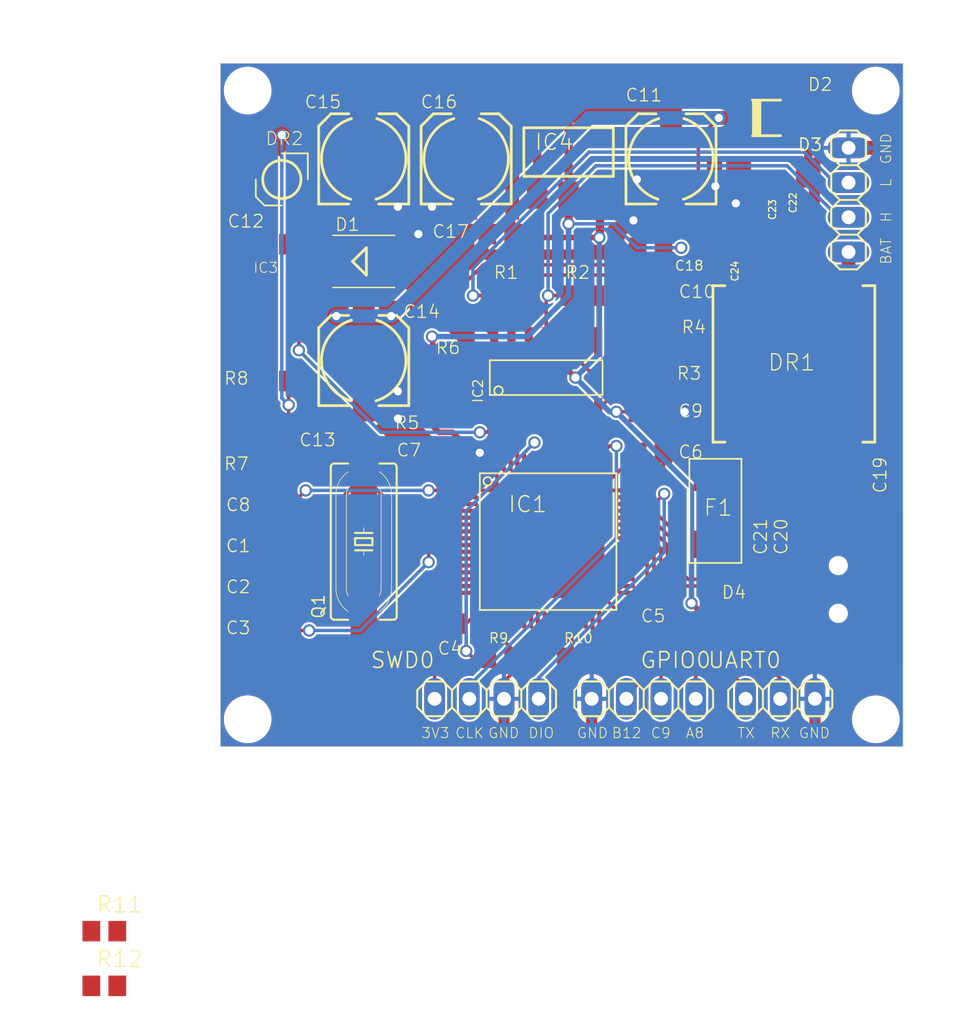
<source format=kicad_pcb>
(kicad_pcb (version 20241229) (generator "pcbnew") (generator_version "9.0")
  (layers (0 "F.Cu" signal) (2 "B.Cu" signal) (13 "F.Paste" user) (15 "B.Paste" user) (5 "F.SilkS" user "F.Silkscreen") (7 "B.SilkS" user "B.Silkscreen") (1 "F.Mask" user) (3 "B.Mask" user) (25 "Edge.Cuts" user))
  (net 0 "")
  (net 1 "N$1")
  (net 2 "N$2")
  (net 3 "GND")
  (net 4 "+3V3")
  (net 5 "N$4")
  (net 6 "N$7")
  (net 7 "N$8")
  (net 8 "+5V")
  (net 9 "N$10")
  (net 10 "N$11")
  (net 11 "CANH")
  (net 12 "CANL")
  (net 13 "BAT")
  (net 14 "N$14")
  (net 15 "N$6")
  (net 16 "N$15")
  (net 17 "N$5")
  (net 18 "N$9")
  (net 19 "N$12")
  (net 20 "N$13")
  (net 21 "+12V")
  (net 22 "EN")
  (net 23 "USB_D-")
  (net 24 "USB_D+")
  (net 25 "N$18")
  (net 26 "N$17")
  (net 27 "SWCLK")
  (net 28 "SWDIO")
  (net 29 "NRST")
  (net 30 "N$16")
  (net 31 "USART1_RX")
  (net 32 "USART1_TX")
  (net 33 "PA8")
  (net 34 "PC9")
  (net 35 "PB12")
  (net 36 "N$19")
  (net 37 "N$3")
  (footprint "C0805" (layer "F.Cu") (at 160.0011 93.0036 90)
    (property "Reference" "C24")
    (property "Value" "4.7uF")
  )
  (footprint "SSOP6" (layer "F.Cu") (at 129.2511 96.7536 -90)
    (property "Reference" "IC3")
    (property "Value" "BD9G101G" (hide yes))
  )
  (footprint "DO-214AC" (layer "F.Cu") (at 163.5011 84.0036)
    (property "Reference" "D2")
    (property "Value" "SK36A")
  )
  (footprint "C0805" (layer "F.Cu") (at 155.0011 93.5036 180)
    (property "Reference" "C18")
    (property "Value" "0.1")
  )
  (footprint "CDRH3D16NP" (layer "F.Cu") (at 128.0011 88.5036 180)
    (property "Reference" "DR2")
    (property "Value" "CDRH3D16NP 6.8uH")
  )
  (footprint "C0805" (layer "F.Cu") (at 140.0011 108.5036 180)
    (property "Reference" "C7")
    (property "Value" "0.1")
  )
  (footprint "1X04" (layer "F.Cu") (at 169.5011 90.0036 -90)
    (property "Reference" "CAN0" (hide yes))
    (property "Value" "")
  )
  (footprint "C0805" (layer "F.Cu") (at 127.5011 118.5036 180)
    (property "Reference" "C2")
    (property "Value" "22pF")
  )
  (footprint "R0805" (layer "F.Cu") (at 140.0011 105.5036 180)
    (property "Reference" "R5")
    (property "Value" "3K3")
  )
  (footprint "C0805" (layer "F.Cu") (at 162.7511 93.0036 90)
    (property "Reference" "C23")
    (property "Value" "0.1")
  )
  (footprint "dummyfp2" (layer "F.Cu") (at 171.5011 82.0036)
    (property "Reference" "UNK_HOLE_2" (hide yes))
    (property "Value" "")
  )
  (footprint "dummyfp1" (layer "F.Cu") (at 125.5011 82.0036)
    (property "Reference" "UNK_HOLE_1" (hide yes))
    (property "Value" "")
  )
  (footprint "R0805" (layer "F.Cu") (at 155.0011 102.5036)
    (property "Reference" "R3")
    (property "Value" "100K")
  )
  (footprint "R0805" (layer "F.Cu") (at 149.7511 123.5036)
    (property "Reference" "R10")
    (property "Value" "10K")
  )
  (footprint "1X03" (layer "F.Cu") (at 164.5011 126.5036 180)
    (property "Reference" "UART0")
    (property "Value" "")
  )
  (footprint "UX60-MB-5ST" (layer "F.Cu") (at 168.7511 118.5036 180)
    (property "Reference" "X1" (hide yes))
    (property "Value" "MINI-USB")
  )
  (footprint "FUSE" (layer "F.Cu") (at 159.7511 112.7536 -90)
    (property "Reference" "F1")
    (property "Value" "EST-157000 2A" (hide yes))
  )
  (footprint "SO-14W" (layer "F.Cu") (at 147.3611 103.0036)
    (property "Reference" "IC2")
    (property "Value" "TJA1055T")
  )
  (footprint "SOD123" (layer "F.Cu") (at 161.2511 120.2536)
    (property "Reference" "D4")
    (property "Value" "MBR0520")
  )
  (footprint "C0805" (layer "F.Cu") (at 127.5011 112.5036 180)
    (property "Reference" "C8")
    (property "Value" "0.1")
  )
  (footprint "C0805" (layer "F.Cu") (at 127.5011 121.5036)
    (property "Reference" "C3")
    (property "Value" "0,1")
  )
  (footprint "R0805" (layer "F.Cu") (at 127.5011 103.2536 180)
    (property "Reference" "R8")
    (property "Value" "3.9K")
  )
  (footprint "R0805" (layer "F.Cu") (at 144.7511 97.0036 180)
    (property "Reference" "R1")
    (property "Value" "5.6K")
  )
  (footprint "R0805" (layer "F.Cu") (at 115.0011 143.5036)
    (property "Reference" "R11")
    (property "Value" "47K")
  )
  (footprint "C0805" (layer "F.Cu") (at 140.0011 121.0036 180)
    (property "Reference" "C4")
    (property "Value" "0.1")
  )
  (footprint "C0805" (layer "F.Cu") (at 127.5011 106.5036)
    (property "Reference" "C13")
    (property "Value" "0.1")
  )
  (footprint "dummyfp3" (layer "F.Cu") (at 171.5011 128.0036)
    (property "Reference" "UNK_HOLE_3" (hide yes))
    (property "Value" "")
  )
  (footprint "C0805" (layer "F.Cu") (at 155.0011 105.5036)
    (property "Reference" "C9")
    (property "Value" "0.1")
  )
  (footprint "SOT223" (layer "F.Cu") (at 149.0011 86.5036)
    (property "Reference" "IC4")
    (property "Value" "LM1117IMPX-3.3")
  )
  (footprint "C0805" (layer "F.Cu") (at 155.0011 96.5036)
    (property "Reference" "C10")
    (property "Value" "0.1")
  )
  (footprint "1X04" (layer "F.Cu") (at 143.0011 126.5036)
    (property "Reference" "SWD0")
    (property "Value" "")
  )
  (footprint "R0805" (layer "F.Cu") (at 155.0011 99.5036)
    (property "Reference" "R4")
    (property "Value" "1K")
  )
  (footprint "R0805" (layer "F.Cu") (at 150.0011 97.0036 180)
    (property "Reference" "R2")
    (property "Value" "5.6K")
  )
  (footprint "R0805" (layer "F.Cu") (at 115.0011 147.5036)
    (property "Reference" "R12")
    (property "Value" "47K")
  )
  (footprint "C0805" (layer "F.Cu") (at 170.0011 111.0036 -90)
    (property "Reference" "C19")
    (property "Value" "1nF")
  )
  (footprint "DO214AA" (layer "F.Cu") (at 164.0011 88.0036 180)
    (property "Reference" "D3")
    (property "Value" "SM6T18CA")
  )
  (footprint "dummyfp0" (layer "F.Cu") (at 125.5011 128.0036)
    (property "Reference" "UNK_HOLE_0" (hide yes))
    (property "Value" "")
  )
  (footprint "SMB" (layer "F.Cu") (at 134.0011 94.5036)
    (property "Reference" "D1")
    (property "Value" "SS26")
  )
  (footprint "HC49UP" (layer "F.Cu") (at 134.0011 115.0036 90)
    (property "Reference" "Q1")
    (property "Value" "16MHz")
  )
  (footprint "LQFP64" (layer "F.Cu") (at 147.5011 115.0036)
    (property "Reference" "IC1")
    (property "Value" "STM32F105RBT")
  )
  (footprint "C0805" (layer "F.Cu") (at 127.5011 93.2536)
    (property "Reference" "C12")
    (property "Value" "0.015uF")
  )
  (footprint "153CLV-0605" (layer "F.Cu") (at 134.0011 87.0036 90)
    (property "Reference" "C15")
    (property "Value" "10uF")
  )
  (footprint "1X04" (layer "F.Cu") (at 154.5011 126.5036)
    (property "Reference" "GPIO0")
    (property "Value" "")
  )
  (footprint "153CLV-0605" (layer "F.Cu") (at 134.0011 101.7536 90)
    (property "Reference" "C14")
    (property "Value" "4.7uF/50v")
  )
  (footprint "153CLV-0605" (layer "F.Cu") (at 156.5011 87.0036 90)
    (property "Reference" "C11")
    (property "Value" "100uF/16v")
  )
  (footprint "R0805" (layer "F.Cu") (at 127.5011 109.5036)
    (property "Reference" "R7")
    (property "Value" "680")
  )
  (footprint "C0805" (layer "F.Cu") (at 165.5011 93.0036 90)
    (property "Reference" "C22")
    (property "Value" "1nF")
  )
  (footprint "C0805" (layer "F.Cu") (at 127.5011 115.5036 180)
    (property "Reference" "C1")
    (property "Value" "22pF")
  )
  (footprint "R0805" (layer "F.Cu") (at 144.0011 123.5036)
    (property "Reference" "R9")
    (property "Value" "10K")
  )
  (footprint "MS85" (layer "F.Cu") (at 165.5011 102.0036 180)
    (property "Reference" "DR1")
    (property "Value" "CDRH127 100u")
  )
  (footprint "C0805" (layer "F.Cu") (at 144.0011 92.5036 180)
    (property "Reference" "C17")
    (property "Value" "0.1")
  )
  (footprint "153CLV-0605" (layer "F.Cu") (at 141.5011 87.0036 90)
    (property "Reference" "C16")
    (property "Value" "10uF")
  )
  (footprint "R0805" (layer "F.Cu") (at 140.0011 102.5036 180)
    (property "Reference" "R6")
    (property "Value" "3K3")
  )
  (footprint "C0805" (layer "F.Cu") (at 153.2511 123.0036 -90)
    (property "Reference" "C5")
    (property "Value" "0.1")
  )
  (footprint "C0805" (layer "F.Cu") (at 164.2511 111.0036 -90)
    (property "Reference" "C21")
    (property "Value" "4.7uF")
  )
  (footprint "C0805" (layer "F.Cu") (at 155.0011 108.5036)
    (property "Reference" "C6")
    (property "Value" "0.1")
  )
  (footprint "C0805" (layer "F.Cu") (at 167.2511 111.0036 -90)
    (property "Reference" "C20")
    (property "Value" "0.1")
  )
  (gr_line (start 123.5011 130.0036) (end 173.5011 130.0036) (stroke (width 0.05)) (layer "Edge.Cuts"))
  (gr_line (start 173.5011 80.0036) (end 123.5011 80.0036) (stroke (width 0.05)) (layer "Edge.Cuts"))
  (gr_line (start 123.5011 80.0036) (end 123.5011 130.0036) (stroke (width 0.05)) (layer "Edge.Cuts"))
  (gr_line (start 173.5011 130.0036) (end 173.5011 80.0036) (stroke (width 0.05)) (layer "Edge.Cuts"))
  (gr_text "B12" (at 153.2511 129.0036 0) (layer "F.SilkS") (effects (font (size 0.747776 0.747776) (thickness 0.065024))))
  (gr_text "GND" (at 172.2511 86.2536 90) (layer "F.SilkS") (effects (font (size 0.747776 0.747776) (thickness 0.065024))))
  (gr_text "TX" (at 162.0011 129.0036 0) (layer "F.SilkS") (effects (font (size 0.747776 0.747776) (thickness 0.065024))))
  (gr_text "3V3" (at 139.2511 129.0036 0) (layer "F.SilkS") (effects (font (size 0.747776 0.747776) (thickness 0.065024))))
  (gr_text "GND" (at 167.0011 129.0036 0) (layer "F.SilkS") (effects (font (size 0.747776 0.747776) (thickness 0.065024))))
  (gr_text "DIO" (at 147.0011 129.0036 0) (layer "F.SilkS") (effects (font (size 0.747776 0.747776) (thickness 0.065024))))
  (gr_text "A8" (at 158.2511 129.0036 0) (layer "F.SilkS") (effects (font (size 0.747776 0.747776) (thickness 0.065024))))
  (gr_text "H" (at 172.2511 91.2536 90) (layer "F.SilkS") (effects (font (size 0.747776 0.747776) (thickness 0.065024))))
  (gr_text "C9" (at 155.7511 129.0036 0) (layer "F.SilkS") (effects (font (size 0.747776 0.747776) (thickness 0.065024))))
  (gr_text "L" (at 172.2511 88.7536 90) (layer "F.SilkS") (effects (font (size 0.747776 0.747776) (thickness 0.065024))))
  (gr_text "RX" (at 164.5011 129.0036 0) (layer "F.SilkS") (effects (font (size 0.747776 0.747776) (thickness 0.065024))))
  (gr_text "BAT" (at 172.2511 93.7536 90) (layer "F.SilkS") (effects (font (size 0.747776 0.747776) (thickness 0.065024))))
  (gr_text "CLK" (at 141.7511 129.0036 0) (layer "F.SilkS") (effects (font (size 0.747776 0.747776) (thickness 0.065024))))
  (gr_text "GND" (at 144.2511 129.0036 0) (layer "F.SilkS") (effects (font (size 0.747776 0.747776) (thickness 0.065024))))
  (gr_text "GND" (at 150.7511 129.0036 0) (layer "F.SilkS") (effects (font (size 0.747776 0.747776) (thickness 0.065024))))
  (segment (start 134.0011 110.2536) (end 137.0011 113.2536) (width 0.254) (layer "F.Cu") (net 1))
  (segment (start 134.0011 110.1776) (end 134.0011 110.2536) (width 0.254) (layer "F.Cu") (net 1))
  (segment (start 137.0011 113.2536) (end 141.7511 113.2536) (width 0.254) (layer "F.Cu") (net 1))
  (segment (start 128.6751 115.5036) (end 134.0011 110.1776) (width 0.254) (layer "F.Cu") (net 1))
  (segment (start 128.4511 115.5036) (end 128.6751 115.5036) (width 0.254) (layer "F.Cu") (net 1))
  (segment (start 134.0011 118.9166) (end 139.1641 113.7536) (width 0.254) (layer "F.Cu") (net 2))
  (segment (start 128.4511 118.5036) (end 132.6751 118.5036) (width 0.254) (layer "F.Cu") (net 2))
  (segment (start 141.7511 113.7536) (end 139.1641 113.7536) (width 0.254) (layer "F.Cu") (net 2))
  (segment (start 132.6751 118.5036) (end 134.0011 119.8296) (width 0.254) (layer "F.Cu") (net 2))
  (segment (start 134.0011 119.8296) (end 134.0011 118.9166) (width 0.254) (layer "F.Cu") (net 2))
  (segment (start 153.2511 111.7536) (end 154.2511 111.7536) (width 0.254) (layer "F.Cu") (net 3))
  (segment (start 150.7511 120.7536) (end 150.7511 123.4536) (width 0.254) (layer "F.Cu") (net 3))
  (segment (start 161.5011 87.9536) (end 161.4511 88.0036) (width 0.6096) (layer "F.Cu") (net 3))
  (segment (start 160.0011 92.0536) (end 162.7511 92.0536) (width 0.8128) (layer "F.Cu") (net 3))
  (segment (start 170.0011 111.9536) (end 172.4511 111.9536) (width 0.8128) (layer "F.Cu") (net 3))
  (segment (start 154.0511 93.5036) (end 154.0511 92.1536) (width 0.254) (layer "F.Cu") (net 3))
  (segment (start 150.6911 126.5036) (end 150.6911 129.0036) (width 0.8128) (layer "F.Cu") (net 3))
  (segment (start 155.9511 105.5036) (end 157.5011 105.5036) (width 0.254) (layer "F.Cu") (net 3))
  (segment (start 154.0511 94.5536) (end 154.5011 95.0036) (width 0.254) (layer "F.Cu") (net 3))
  (segment (start 146.7011 89.6536) (end 146.7011 85.7036) (width 0.6096) (layer "F.Cu") (net 3))
  (segment (start 144.0011 83.0036) (end 144.0011 81.0036) (width 0.6096) (layer "F.Cu") (net 3))
  (segment (start 165.5011 92.0536) (end 162.7511 92.0536) (width 0.8128) (layer "F.Cu") (net 3))
  (segment (start 144.5011 102.2536) (end 143.0011 102.2536) (width 0.254) (layer "F.Cu") (net 3))
  (segment (start 141.7511 116.7536) (end 140.7511 116.7536) (width 0.254) (layer "F.Cu") (net 3))
  (segment (start 144.2711 126.5036) (end 144.2711 125.2336) (width 0.254) (layer "F.Cu") (net 3))
  (segment (start 144.2711 125.2336) (end 144.9511 124.5536) (width 0.254) (layer "F.Cu") (net 3))
  (segment (start 154.0511 92.1536) (end 156.5011 89.7036) (width 0.254) (layer "F.Cu") (net 3))
  (segment (start 154.0511 93.9536) (end 154.0011 94.0036) (width 0.254) (layer "F.Cu") (net 3))
  (segment (start 126.5511 97.7036) (end 124.7011 97.7036) (width 0.4064) (layer "F.Cu") (net 3))
  (segment (start 167.0411 128.9636) (end 168.0011 129.0036) (width 0.254) (layer "F.Cu") (net 3))
  (segment (start 155.9511 108.5036) (end 155.9511 110.0536) (width 0.254) (layer "F.Cu") (net 3))
  (segment (start 164.2511 116.2536) (end 164.2511 111.9536) (width 0.4064) (layer "F.Cu") (net 3))
  (segment (start 167.0411 126.5036) (end 167.0411 128.9636) (width 0.8128) (layer "F.Cu") (net 3))
  (segment (start 150.7011 123.5036) (end 152.8011 123.5036) (width 0.254) (layer "F.Cu") (net 3))
  (segment (start 169.5011 86.1936) (end 172.3111 86.1936) (width 1.016) (layer "F.Cu") (net 3))
  (segment (start 139.0511 121.0036) (end 135.5011 124.5536) (width 0.254) (layer "F.Cu") (net 3))
  (segment (start 126.5511 121.5036) (end 126.5511 118.5036) (width 0.254) (layer "F.Cu") (net 3))
  (segment (start 167.2511 111.9536) (end 170.0011 111.9536) (width 0.8128) (layer "F.Cu") (net 3))
  (segment (start 162.7511 92.0536) (end 162.7511 91.2536) (width 0.8128) (layer "F.Cu") (net 3))
  (segment (start 150.6911 126.5036) (end 150.6911 124.1136) (width 0.254) (layer "F.Cu") (net 3))
  (segment (start 126.5011 123.0536) (end 126.5511 121.5036) (width 0.254) (layer "F.Cu") (net 3))
  (segment (start 152.8011 123.5036) (end 153.2511 123.9536) (width 0.254) (layer "F.Cu") (net 3))
  (segment (start 155.9511 96.5036) (end 156.0011 96.5036) (width 0.254) (layer "F.Cu") (net 3))
  (segment (start 164.9011 116.9036) (end 164.2511 116.2536) (width 0.4064) (layer "F.Cu") (net 3))
  (segment (start 145.4511 123.7836) (end 144.9511 123.5036) (width 0.254) (layer "F.Cu") (net 3))
  (segment (start 154.5011 95.0036) (end 155.5011 95.0036) (width 0.254) (layer "F.Cu") (net 3))
  (segment (start 143.7511 108.0036) (end 143.0011 108.0036) (width 0.254) (layer "F.Cu") (net 3))
  (segment (start 141.2511 100.5036) (end 143.0011 102.2536) (width 0.254) (layer "F.Cu") (net 3))
  (segment (start 144.9511 122.9536) (end 144.9511 123.5036) (width 0.254) (layer "F.Cu") (net 3))
  (segment (start 144.9511 123.5036) (end 144.9511 124.5536) (width 0.254) (layer "F.Cu") (net 3))
  (segment (start 140.7511 116.7536) (end 139.0511 118.4536) (width 0.254) (layer "F.Cu") (net 3))
  (segment (start 126.5511 115.5036) (end 126.5511 118.5036) (width 0.254) (layer "F.Cu") (net 3))
  (segment (start 150.6911 124.1136) (end 150.7511 124.0536) (width 0.254) (layer "F.Cu") (net 3))
  (segment (start 144.0011 81.0036) (end 144.5011 81.0036) (width 0.6096) (layer "F.Cu") (net 3))
  (segment (start 154.0511 93.5036) (end 154.0511 94.5536) (width 0.254) (layer "F.Cu") (net 3))
  (segment (start 139.0511 121.0036) (end 139.0511 118.4536) (width 0.254) (layer "F.Cu") (net 3))
  (segment (start 155.9511 96.5036) (end 155.9511 95.4536) (width 0.254) (layer "F.Cu") (net 3))
  (segment (start 144.2511 108.5036) (end 143.7511 108.0036) (width 0.254) (layer "F.Cu") (net 3))
  (segment (start 144.2511 109.2536) (end 144.2511 108.5036) (width 0.254) (layer "F.Cu") (net 3))
  (segment (start 154.2511 111.7536) (end 155.9511 110.0536) (width 0.254) (layer "F.Cu") (net 3))
  (segment (start 162.7511 91.2536) (end 161.5011 90.0036) (width 0.8128) (layer "F.Cu") (net 3))
  (segment (start 146.7011 85.7036) (end 144.0011 83.0036) (width 0.6096) (layer "F.Cu") (net 3))
  (segment (start 144.2511 122.2536) (end 144.9511 122.9536) (width 0.254) (layer "F.Cu") (net 3))
  (segment (start 139.0511 108.5036) (end 139.0011 108.5036) (width 0.254) (layer "F.Cu") (net 3))
  (segment (start 155.9511 105.5036) (end 156.0011 105.5036) (width 0.254) (layer "F.Cu") (net 3))
  (segment (start 161.5011 88.0536) (end 161.4511 88.0036) (width 0.8128) (layer "F.Cu") (net 3))
  (segment (start 161.5011 87.5536) (end 161.4511 88.0036) (width 0.4064) (layer "F.Cu") (net 3))
  (segment (start 155.9511 95.4536) (end 155.5011 95.0036) (width 0.254) (layer "F.Cu") (net 3))
  (segment (start 164.2511 111.9536) (end 167.2511 111.9536) (width 0.8128) (layer "F.Cu") (net 3))
  (segment (start 155.9511 105.5036) (end 155.9511 108.5036) (width 0.254) (layer "F.Cu") (net 3))
  (segment (start 144.8211 100.4036) (end 144.8211 101.9336) (width 0.254) (layer "F.Cu") (net 3))
  (segment (start 144.2511 120.7536) (end 144.2511 122.2536) (width 0.254) (layer "F.Cu") (net 3))
  (segment (start 166.5011 116.9036) (end 164.9011 116.9036) (width 0.4064) (layer "F.Cu") (net 3))
  (segment (start 126.5011 123.0036) (end 126.5011 123.0536) (width 0.254) (layer "F.Cu") (net 3))
  (segment (start 161.5011 90.0036) (end 161.5011 88.0536) (width 0.8128) (layer "F.Cu") (net 3))
  (segment (start 150.7511 123.4536) (end 150.7011 123.5036) (width 0.254) (layer "F.Cu") (net 3))
  (segment (start 126.5511 112.5036) (end 126.5511 109.5036) (width 0.254) (layer "F.Cu") (net 3))
  (segment (start 144.8211 101.9336) (end 144.5011 102.2536) (width 0.254) (layer "F.Cu") (net 3))
  (segment (start 150.7011 123.5036) (end 150.7511 124.0536) (width 0.254) (layer "F.Cu") (net 3))
  (segment (start 144.2711 126.5036) (end 144.2711 129.0036) (width 0.8128) (layer "F.Cu") (net 3))
  (segment (start 135.5011 124.5536) (end 135.5011 129.0036) (width 0.254) (layer "F.Cu") (net 3))
  (segment (start 126.5511 112.5036) (end 126.5511 115.5036) (width 0.254) (layer "F.Cu") (net 3))
  (segment (start 143.0011 108.0036) (end 142.5011 108.5036) (width 0.254) (layer "F.Cu") (net 3))
  (via (at 142.5011 108.5036) (size 0.9048) (drill 0.6) (layers "F.Cu" "B.Cu") (net 3))
  (via (at 139.0011 90.5036) (size 0.9048) (drill 0.6) (layers "F.Cu" "B.Cu") (net 3))
  (via (at 154.0011 88.5036) (size 0.9048) (drill 0.6) (layers "F.Cu" "B.Cu") (net 3))
  (via (at 153.7511 91.5036) (size 0.9048) (drill 0.6) (layers "F.Cu" "B.Cu") (net 3))
  (via (at 157.5011 105.5036) (size 0.9048) (drill 0.6) (layers "F.Cu" "B.Cu") (net 3))
  (via (at 136.5011 90.5036) (size 0.9048) (drill 0.6) (layers "F.Cu" "B.Cu") (net 3))
  (via (at 136.5011 104.0036) (size 0.9048) (drill 0.6) (layers "F.Cu" "B.Cu") (net 3))
  (via (at 159.7511 89.0036) (size 0.9048) (drill 0.6) (layers "F.Cu" "B.Cu") (net 3))
  (via (at 138.0011 92.5036) (size 0.9048) (drill 0.6) (layers "F.Cu" "B.Cu") (net 3))
  (via (at 161.2511 90.2536) (size 0.9048) (drill 0.6) (layers "F.Cu" "B.Cu") (net 3))
  (via (at 136.5011 106.0036) (size 0.9048) (drill 0.6) (layers "F.Cu" "B.Cu") (net 3))
  (segment (start 140.9511 122.0536) (end 139.1911 123.8136) (width 0.254) (layer "F.Cu") (net 4))
  (segment (start 143.7511 111.2536) (end 144.0011 111.5036) (width 0.254) (layer "F.Cu") (net 4))
  (segment (start 140.9511 121.0036) (end 140.9511 122.0536) (width 0.254) (layer "F.Cu") (net 4))
  (segment (start 144.7511 120.7536) (end 144.7511 117.7536) (width 0.254) (layer "F.Cu") (net 4))
  (segment (start 140.9511 121.0036) (end 141.0011 121.5036) (width 0.254) (layer "F.Cu") (net 4))
  (segment (start 139.0511 102.5036) (end 139.0511 100.0536) (width 0.4064) (layer "F.Cu") (net 4))
  (segment (start 140.9511 107.4536) (end 140.5011 107.0036) (width 0.4064) (layer "F.Cu") (net 4))
  (segment (start 141.7511 111.2536) (end 143.7511 111.2536) (width 0.254) (layer "F.Cu") (net 4))
  (segment (start 139.0511 100.0536) (end 139.0011 100.0036) (width 0.254) (layer "F.Cu") (net 4))
  (segment (start 139.0511 102.5036) (end 139.0511 105.5036) (width 0.4064) (layer "F.Cu") (net 4))
  (segment (start 140.5011 107.0036) (end 139.5011 107.0036) (width 0.4064) (layer "F.Cu") (net 4))
  (segment (start 141.0011 108.5036) (end 143.7511 111.2536) (width 0.4064) (layer "F.Cu") (net 4))
  (segment (start 139.1911 126.5036) (end 139.1911 123.8136) (width 0.254) (layer "F.Cu") (net 4))
  (segment (start 128.5011 112.5036) (end 128.4511 112.5036) (width 0.254) (layer "F.Cu") (net 4))
  (segment (start 149.0011 89.6536) (end 149.0011 83.3536) (width 0.6096) (layer "F.Cu") (net 4))
  (segment (start 141.7511 111.2536) (end 138.7511 111.2536) (width 0.254) (layer "F.Cu") (net 4))
  (segment (start 157.2511 93.5036) (end 155.9511 93.5036) (width 0.254) (layer "F.Cu") (net 4))
  (segment (start 139.0511 105.5036) (end 139.0511 106.5536) (width 0.4064) (layer "F.Cu") (net 4))
  (segment (start 153.2511 120.7536) (end 151.2511 118.7536) (width 0.254) (layer "F.Cu") (net 4))
  (segment (start 153.2511 111.2536) (end 151.251065 111.257732) (width 0.254) (layer "F.Cu") (net 4))
  (segment (start 129.7511 111.2536) (end 128.5011 112.5036) (width 0.254) (layer "F.Cu") (net 4))
  (segment (start 143.7511 109.2536) (end 143.7511 111.2536) (width 0.254) (layer "F.Cu") (net 4))
  (segment (start 149.0011 83.3536) (end 155.5511 83.3536) (width 0.6096) (layer "F.Cu") (net 4))
  (segment (start 155.5511 83.3536) (end 156.5011 84.3036) (width 0.6096) (layer "F.Cu") (net 4))
  (segment (start 140.9511 108.5036) (end 141.0011 108.5036) (width 0.254) (layer "F.Cu") (net 4))
  (segment (start 149.0011 89.6536) (end 149.0011 91.7536) (width 0.6096) (layer "F.Cu") (net 4))
  (segment (start 141.0011 121.5036) (end 144.7511 117.7536) (width 0.254) (layer "F.Cu") (net 4))
  (segment (start 151.2511 118.7536) (end 151.0011 118.5036) (width 0.254) (layer "F.Cu") (net 4))
  (segment (start 151.2511 120.7536) (end 151.2511 118.7536) (width 0.254) (layer "F.Cu") (net 4))
  (segment (start 139.0511 106.5536) (end 139.5011 107.0036) (width 0.4064) (layer "F.Cu") (net 4))
  (segment (start 141.7511 117.2536) (end 145.0011 117.2536) (width 0.254) (layer "F.Cu") (net 4))
  (segment (start 154.0511 108.5036) (end 151.251065 111.257732) (width 0.254) (layer "F.Cu") (net 4))
  (segment (start 151.251065 111.257732) (end 151.0011 111.5036) (width 0.254) (layer "F.Cu") (net 4))
  (segment (start 153.2511 122.0536) (end 153.2511 120.7536) (width 0.254) (layer "F.Cu") (net 4))
  (segment (start 140.9511 108.5036) (end 140.9511 107.4536) (width 0.4064) (layer "F.Cu") (net 4))
  (via (at 139.0011 100.0036) (size 0.9048) (drill 0.6) (layers "F.Cu" "B.Cu") (net 4))
  (via (at 129.7511 111.2536) (size 0.9048) (drill 0.6) (layers "F.Cu" "B.Cu") (net 4))
  (via (at 149.0011 91.7536) (size 0.9048) (drill 0.6) (layers "F.Cu" "B.Cu") (net 4))
  (via (at 157.2511 93.5036) (size 0.9048) (drill 0.6) (layers "F.Cu" "B.Cu") (net 4))
  (via (at 138.7511 111.2536) (size 0.9048) (drill 0.6) (layers "F.Cu" "B.Cu") (net 4))
  (segment (start 149.0011 91.7536) (end 149.0011 97.0036) (width 0.4064) (layer "B.Cu") (net 4))
  (segment (start 149.0011 91.7536) (end 152.2511 91.7536) (width 0.254) (layer "B.Cu") (net 4))
  (segment (start 152.2511 91.7536) (end 154.0011 93.5036) (width 0.254) (layer "B.Cu") (net 4))
  (segment (start 146.0011 100.0036) (end 139.0011 100.0036) (width 0.4064) (layer "B.Cu") (net 4))
  (segment (start 149.0011 97.0036) (end 146.0011 100.0036) (width 0.4064) (layer "B.Cu") (net 4))
  (segment (start 138.7511 111.2536) (end 129.7511 111.2536) (width 0.254) (layer "B.Cu") (net 4))
  (segment (start 154.0011 93.5036) (end 157.2511 93.5036) (width 0.254) (layer "B.Cu") (net 4))
  (segment (start 142.7511 103.7536) (end 145.7511 103.7536) (width 0.254) (layer "F.Cu") (net 5))
  (segment (start 145.2511 107.7536) (end 146.0911 106.9136) (width 0.254) (layer "F.Cu") (net 5))
  (segment (start 145.2511 109.2536) (end 145.2511 107.7536) (width 0.254) (layer "F.Cu") (net 5))
  (segment (start 146.0911 105.6036) (end 146.0911 104.0936) (width 0.254) (layer "F.Cu") (net 5))
  (segment (start 141.0011 105.5036) (end 142.7511 103.7536) (width 0.254) (layer "F.Cu") (net 5))
  (segment (start 140.9511 105.5036) (end 141.0011 105.5036) (width 0.254) (layer "F.Cu") (net 5))
  (segment (start 146.0911 105.6036) (end 146.0911 106.9136) (width 0.254) (layer "F.Cu") (net 5))
  (segment (start 146.0911 104.0936) (end 145.7511 103.7536) (width 0.254) (layer "F.Cu") (net 5))
  (segment (start 151.1711 97.2236) (end 150.9511 97.0036) (width 0.254) (layer "F.Cu") (net 6))
  (segment (start 151.1711 100.4036) (end 151.1711 97.2236) (width 0.254) (layer "F.Cu") (net 6))
  (segment (start 149.9011 100.4036) (end 149.9011 101.9036) (width 0.254) (layer "F.Cu") (net 7))
  (segment (start 152.5011 96.0036) (end 152.0011 95.5036) (width 0.254) (layer "F.Cu") (net 7))
  (segment (start 147.0011 95.5036) (end 152.0011 95.5036) (width 0.254) (layer "F.Cu") (net 7))
  (segment (start 152.5011 96.0036) (end 152.5011 101.5036) (width 0.254) (layer "F.Cu") (net 7))
  (segment (start 149.9011 101.9036) (end 150.5011 102.5036) (width 0.254) (layer "F.Cu") (net 7))
  (segment (start 145.7011 96.8036) (end 147.0011 95.5036) (width 0.254) (layer "F.Cu") (net 7))
  (segment (start 151.5011 102.5036) (end 152.5011 101.5036) (width 0.254) (layer "F.Cu") (net 7))
  (segment (start 150.5011 102.5036) (end 151.5011 102.5036) (width 0.254) (layer "F.Cu") (net 7))
  (segment (start 145.7011 97.0036) (end 145.7011 96.8036) (width 0.254) (layer "F.Cu") (net 7))
  (segment (start 145.2011 92.7536) (end 151.2511 92.7536) (width 0.4064) (layer "F.Cu") (net 8))
  (segment (start 152.5011 105.5036) (end 154.0511 105.5036) (width 0.254) (layer "F.Cu") (net 8))
  (segment (start 151.3011 92.7036) (end 151.3011 89.6536) (width 0.6096) (layer "F.Cu") (net 8))
  (segment (start 128.5011 105.0036) (end 128.5011 106.4536) (width 0.254) (layer "F.Cu") (net 8))
  (segment (start 144.9511 92.5036) (end 145.2011 92.7536) (width 0.254) (layer "F.Cu") (net 8))
  (segment (start 158.7511 120.2536) (end 158.0011 119.5036) (width 0.4064) (layer "F.Cu") (net 8))
  (segment (start 159.3511 120.2536) (end 158.7511 120.2536) (width 0.4064) (layer "F.Cu") (net 8))
  (segment (start 128.4511 103.2536) (end 128.5011 103.3036) (width 0.254) (layer "F.Cu") (net 8))
  (segment (start 148.6311 100.4036) (end 148.6311 102.1336) (width 0.4064) (layer "F.Cu") (net 8))
  (segment (start 128.5011 103.3036) (end 128.5011 105.0036) (width 0.254) (layer "F.Cu") (net 8))
  (segment (start 148.6311 102.1336) (end 149.5011 103.0036) (width 0.4064) (layer "F.Cu") (net 8))
  (segment (start 151.2511 92.7536) (end 151.3011 92.7036) (width 0.254) (layer "F.Cu") (net 8))
  (segment (start 128.5011 106.4536) (end 128.4511 106.5036) (width 0.254) (layer "F.Cu") (net 8))
  (via (at 158.0011 119.5036) (size 0.9048) (drill 0.6) (layers "F.Cu" "B.Cu") (net 8))
  (via (at 128.5011 105.0036) (size 0.9048) (drill 0.6) (layers "F.Cu" "B.Cu") (net 8))
  (via (at 149.5011 103.0036) (size 0.9048) (drill 0.6) (layers "F.Cu" "B.Cu") (net 8))
  (via (at 151.2511 92.7536) (size 0.9048) (drill 0.6) (layers "F.Cu" "B.Cu") (net 8))
  (via (at 128.0011 85.2536) (size 0.9048) (drill 0.6) (layers "F.Cu" "B.Cu") (net 8))
  (via (at 152.5011 105.5036) (size 0.9048) (drill 0.6) (layers "F.Cu" "B.Cu") (net 8))
  (segment (start 152.0011 105.5036) (end 152.5011 105.5036) (width 0.4064) (layer "B.Cu") (net 8))
  (segment (start 128.5011 105.0036) (end 128.0011 104.5036) (width 0.254) (layer "B.Cu") (net 8))
  (segment (start 158.0011 111.0036) (end 152.5011 105.5036) (width 0.4064) (layer "B.Cu") (net 8))
  (segment (start 151.2511 92.7536) (end 151.2511 101.2536) (width 0.4064) (layer "B.Cu") (net 8))
  (segment (start 149.5011 103.0036) (end 152.0011 105.5036) (width 0.4064) (layer "B.Cu") (net 8))
  (segment (start 128.0011 104.5036) (end 128.0011 85.2536) (width 0.254) (layer "B.Cu") (net 8))
  (segment (start 158.0011 119.5036) (end 158.0011 111.0036) (width 0.4064) (layer "B.Cu") (net 8))
  (segment (start 151.2511 101.2536) (end 149.5011 103.0036) (width 0.4064) (layer "B.Cu") (net 8))
  (segment (start 154.0511 102.5036) (end 154.0011 102.5036) (width 0.254) (layer "F.Cu") (net 9))
  (segment (start 154.0011 102.5036) (end 151.1711 105.3336) (width 0.254) (layer "F.Cu") (net 9))
  (segment (start 151.1711 105.6036) (end 151.1711 105.3336) (width 0.254) (layer "F.Cu") (net 9))
  (segment (start 143.5511 100.0536) (end 141.0011 97.5036) (width 0.254) (layer "F.Cu") (net 10))
  (segment (start 155.9511 101.4536) (end 155.5011 101.0036) (width 0.254) (layer "F.Cu") (net 10))
  (segment (start 154.0511 100.5536) (end 154.5011 101.0036) (width 0.254) (layer "F.Cu") (net 10))
  (segment (start 143.5511 100.4036) (end 143.5511 100.0536) (width 0.254) (layer "F.Cu") (net 10))
  (segment (start 154.0511 99.5036) (end 154.0511 100.5536) (width 0.254) (layer "F.Cu") (net 10))
  (segment (start 154.0511 96.5036) (end 154.0011 96.5036) (width 0.254) (layer "F.Cu") (net 10))
  (segment (start 155.5011 101.0036) (end 154.5011 101.0036) (width 0.254) (layer "F.Cu") (net 10))
  (segment (start 154.0011 96.5036) (end 152.2511 94.7536) (width 0.254) (layer "F.Cu") (net 10))
  (segment (start 152.2511 94.7536) (end 142.7511 94.7536) (width 0.254) (layer "F.Cu") (net 10))
  (segment (start 154.0511 99.5036) (end 154.0511 96.5036) (width 0.254) (layer "F.Cu") (net 10))
  (segment (start 141.0011 97.5036) (end 141.0011 96.5036) (width 0.254) (layer "F.Cu") (net 10))
  (segment (start 141.0011 96.5036) (end 142.7511 94.7536) (width 0.254) (layer "F.Cu") (net 10))
  (segment (start 155.9511 102.5036) (end 155.9511 101.4536) (width 0.254) (layer "F.Cu") (net 10))
  (segment (start 147.3611 100.4036) (end 147.3611 97.1436) (width 0.254) (layer "F.Cu") (net 11))
  (segment (start 147.3611 97.1436) (end 147.5011 97.0036) (width 0.254) (layer "F.Cu") (net 11))
  (segment (start 149.0511 97.0036) (end 147.5011 97.0036) (width 0.254) (layer "F.Cu") (net 11))
  (via (at 147.5011 97.0036) (size 0.9048) (drill 0.6) (layers "F.Cu" "B.Cu") (net 11))
  (segment (start 151.0011 87.5036) (end 165.0011 87.5036) (width 0.254) (layer "B.Cu") (net 11))
  (segment (start 147.5011 91.0036) (end 147.5011 97.0036) (width 0.254) (layer "B.Cu") (net 11))
  (segment (start 147.5011 91.0036) (end 151.0011 87.5036) (width 0.254) (layer "B.Cu") (net 11))
  (segment (start 165.0011 87.5036) (end 168.7711 91.2736) (width 0.254) (layer "B.Cu") (net 11))
  (segment (start 168.7711 91.2736) (end 169.5011 91.2736) (width 0.254) (layer "B.Cu") (net 11))
  (segment (start 143.8011 98.3036) (end 144.0011 98.5036) (width 0.254) (layer "F.Cu") (net 12))
  (segment (start 146.0911 99.0936) (end 145.5011 98.5036) (width 0.254) (layer "F.Cu") (net 12))
  (segment (start 143.8011 97.0036) (end 142.0011 97.0036) (width 0.254) (layer "F.Cu") (net 12))
  (segment (start 145.5011 98.5036) (end 144.0011 98.5036) (width 0.254) (layer "F.Cu") (net 12))
  (segment (start 143.8011 97.0036) (end 143.8011 98.3036) (width 0.254) (layer "F.Cu") (net 12))
  (segment (start 146.0911 100.4036) (end 146.0911 99.0936) (width 0.254) (layer "F.Cu") (net 12))
  (via (at 142.0011 97.0036) (size 0.9048) (drill 0.6) (layers "F.Cu" "B.Cu") (net 12))
  (segment (start 168.5011 88.7536) (end 169.4811 88.7536) (width 0.254) (layer "B.Cu") (net 12))
  (segment (start 166.2511 86.5036) (end 168.5011 88.7536) (width 0.254) (layer "B.Cu") (net 12))
  (segment (start 142.0011 95.0036) (end 150.5011 86.5036) (width 0.254) (layer "B.Cu") (net 12))
  (segment (start 169.4811 88.7536) (end 169.5011 88.7336) (width 0.254) (layer "B.Cu") (net 12))
  (segment (start 142.0011 97.0036) (end 142.0011 95.0036) (width 0.254) (layer "B.Cu") (net 12))
  (segment (start 150.5011 86.5036) (end 166.2511 86.5036) (width 0.254) (layer "B.Cu") (net 12))
  (segment (start 160.0011 84.0036) (end 158.5011 85.5036) (width 0.254) (layer "F.Cu") (net 13))
  (segment (start 158.5011 96.7536) (end 155.9511 99.3036) (width 0.254) (layer "F.Cu") (net 13))
  (segment (start 161.4761 84.0036) (end 160.0011 84.0036) (width 1.016) (layer "F.Cu") (net 13))
  (segment (start 158.5011 85.5036) (end 158.5011 96.7536) (width 0.254) (layer "F.Cu") (net 13))
  (segment (start 155.9511 99.3036) (end 155.9511 99.5036) (width 0.254) (layer "F.Cu") (net 13))
  (via (at 136.0011 98.5036) (size 0.9048) (drill 0.6) (layers "F.Cu" "B.Cu") (net 13))
  (via (at 160.0011 84.0036) (size 0.9048) (drill 0.6) (layers "F.Cu" "B.Cu") (net 13))
  (via (at 132.0011 98.5036) (size 0.9048) (drill 0.6) (layers "F.Cu" "B.Cu") (net 13))
  (segment (start 136.0011 98.5036) (end 150.5011 84.0036) (width 1.016) (layer "B.Cu") (net 13))
  (segment (start 150.5011 84.0036) (end 160.0011 84.0036) (width 1.016) (layer "B.Cu") (net 13))
  (segment (start 132.0011 98.5036) (end 136.0011 98.5036) (width 1.016) (layer "B.Cu") (net 13))
  (segment (start 148.2511 108.5036) (end 149.9011 106.8536) (width 0.254) (layer "F.Cu") (net 14))
  (segment (start 149.9011 105.6036) (end 149.9011 106.8536) (width 0.254) (layer "F.Cu") (net 14))
  (segment (start 148.2511 109.2536) (end 148.2511 108.5036) (width 0.254) (layer "F.Cu") (net 14))
  (segment (start 147.7511 108.0036) (end 148.6311 107.1236) (width 0.254) (layer "F.Cu") (net 15))
  (segment (start 148.6311 105.6036) (end 148.6311 107.1236) (width 0.254) (layer "F.Cu") (net 15))
  (segment (start 147.7511 109.2536) (end 147.7511 108.0036) (width 0.254) (layer "F.Cu") (net 15))
  (segment (start 142.0011 102.5036) (end 142.5011 103.0036) (width 0.254) (layer "F.Cu") (net 16))
  (segment (start 147.3611 106.6436) (end 147.2511 106.7536) (width 0.254) (layer "F.Cu") (net 16))
  (segment (start 142.5011 103.0036) (end 146.5011 103.0036) (width 0.254) (layer "F.Cu") (net 16))
  (segment (start 140.9511 102.5036) (end 142.0011 102.5036) (width 0.254) (layer "F.Cu") (net 16))
  (segment (start 147.3611 105.6036) (end 147.3611 106.6436) (width 0.254) (layer "F.Cu") (net 16))
  (segment (start 147.3611 105.6036) (end 147.3611 103.8636) (width 0.254) (layer "F.Cu") (net 16))
  (segment (start 146.5011 103.0036) (end 147.3611 103.8636) (width 0.254) (layer "F.Cu") (net 16))
  (segment (start 147.2511 109.2536) (end 147.2511 106.7536) (width 0.254) (layer "F.Cu") (net 16))
  (segment (start 144.8211 106.6836) (end 144.7511 106.7536) (width 0.254) (layer "F.Cu") (net 17))
  (segment (start 144.7511 106.7536) (end 144.7511 109.2536) (width 0.254) (layer "F.Cu") (net 17))
  (segment (start 144.8211 105.6036) (end 144.8211 106.6836) (width 0.254) (layer "F.Cu") (net 17))
  (segment (start 126.5511 96.7536) (end 126.5511 93.2536) (width 0.254) (layer "F.Cu") (net 18))
  (segment (start 128.4511 108.4536) (end 128.0011 108.0036) (width 0.254) (layer "F.Cu") (net 20))
  (segment (start 128.0011 108.0036) (end 127.0011 108.0036) (width 0.254) (layer "F.Cu") (net 20))
  (segment (start 126.5511 107.5536) (end 127.0011 108.0036) (width 0.254) (layer "F.Cu") (net 20))
  (segment (start 128.4511 109.5036) (end 128.4511 108.4536) (width 0.254) (layer "F.Cu") (net 20))
  (segment (start 126.5511 106.5036) (end 126.5511 107.5536) (width 0.254) (layer "F.Cu") (net 20))
  (segment (start 126.5511 103.2536) (end 126.5511 98.6536) (width 0.254) (layer "F.Cu") (net 20))
  (segment (start 126.5511 106.5036) (end 126.5511 103.2536) (width 0.254) (layer "F.Cu") (net 20))
  (segment (start 159.7511 103.7536) (end 161.5011 102.0036) (width 1.016) (layer "F.Cu") (net 21))
  (segment (start 161.5011 102.0036) (end 167.0011 102.0036) (width 1.016) (layer "F.Cu") (net 21))
  (segment (start 159.7511 110.3036) (end 159.7511 103.7536) (width 1.016) (layer "F.Cu") (net 21))
  (segment (start 169.5011 93.8136) (end 169.5011 99.5036) (width 1.016) (layer "F.Cu") (net 21))
  (segment (start 167.0011 102.0036) (end 169.5011 99.5036) (width 1.016) (layer "F.Cu") (net 21))
  (segment (start 143.5011 106.5036) (end 143.5011 105.6536) (width 0.254) (layer "F.Cu") (net 22))
  (segment (start 142.5011 107.0036) (end 143.0011 107.0036) (width 0.254) (layer "F.Cu") (net 22))
  (segment (start 143.5011 105.6536) (end 143.5511 105.6036) (width 0.254) (layer "F.Cu") (net 22))
  (segment (start 143.5511 105.9536) (end 143.5511 105.6036) (width 0.254) (layer "F.Cu") (net 22))
  (segment (start 143.0011 107.0036) (end 143.5011 106.5036) (width 0.254) (layer "F.Cu") (net 22))
  (segment (start 129.2511 98.6536) (end 129.2511 101.0036) (width 0.254) (layer "F.Cu") (net 22))
  (via (at 142.5011 107.0036) (size 0.9048) (drill 0.6) (layers "F.Cu" "B.Cu") (net 22))
  (via (at 129.2511 101.0036) (size 0.9048) (drill 0.6) (layers "F.Cu" "B.Cu") (net 22))
  (segment (start 129.2511 101.0036) (end 135.2511 107.0036) (width 0.254) (layer "B.Cu") (net 22))
  (segment (start 135.2511 107.0036) (end 142.5011 107.0036) (width 0.254) (layer "B.Cu") (net 22))
  (segment (start 156.7511 117.5036) (end 157.5011 118.2536) (width 0.254) (layer "F.Cu") (net 23))
  (segment (start 164.3011 119.3036) (end 163.2511 118.2536) (width 0.254) (layer "F.Cu") (net 23))
  (segment (start 156.7511 115.0036) (end 156.7511 117.5036) (width 0.254) (layer "F.Cu") (net 23))
  (segment (start 157.5011 118.2536) (end 163.2511 118.2536) (width 0.254) (layer "F.Cu") (net 23))
  (segment (start 166.5011 119.3036) (end 164.3011 119.3036) (width 0.254) (layer "F.Cu") (net 23))
  (segment (start 155.0011 113.2536) (end 156.7511 115.0036) (width 0.254) (layer "F.Cu") (net 23))
  (segment (start 153.2511 113.2536) (end 155.0011 113.2536) (width 0.254) (layer "F.Cu") (net 23))
  (segment (start 157.2511 117.2536) (end 157.7511 117.7536) (width 0.254) (layer "F.Cu") (net 24))
  (segment (start 155.2511 112.7536) (end 157.2511 114.7536) (width 0.254) (layer "F.Cu") (net 24))
  (segment (start 157.7511 117.7536) (end 163.7511 117.7536) (width 0.254) (layer "F.Cu") (net 24))
  (segment (start 164.5011 118.5036) (end 163.7511 117.7536) (width 0.254) (layer "F.Cu") (net 24))
  (segment (start 153.2511 112.7536) (end 155.2511 112.7536) (width 0.254) (layer "F.Cu") (net 24))
  (segment (start 157.2511 114.7536) (end 157.2511 117.2536) (width 0.254) (layer "F.Cu") (net 24))
  (segment (start 164.5011 118.5036) (end 166.5011 118.5036) (width 0.254) (layer "F.Cu") (net 24))
  (segment (start 164.5511 107.0036) (end 165.5011 106.9536) (width 0.8128) (layer "F.Cu") (net 25))
  (segment (start 164.2511 110.0536) (end 162.9511 110.0536) (width 0.8128) (layer "F.Cu") (net 25))
  (segment (start 167.2511 108.7536) (end 165.5011 107.0036) (width 0.8128) (layer "F.Cu") (net 25))
  (segment (start 159.7511 115.2036) (end 159.3011 115.2036) (width 1.016) (layer "F.Cu") (net 25))
  (segment (start 162.5011 115.0036) (end 162.5011 110.5036) (width 0.8128) (layer "F.Cu") (net 25))
  (segment (start 165.5011 107.0036) (end 164.5511 107.0036) (width 0.8128) (layer "F.Cu") (net 25))
  (segment (start 159.3011 115.2036) (end 162.5011 115.0036) (width 0.8128) (layer "F.Cu") (net 25))
  (segment (start 167.2511 110.0536) (end 167.2511 108.7536) (width 0.8128) (layer "F.Cu") (net 25))
  (segment (start 167.2511 110.0536) (end 170.0011 110.0536) (width 0.8128) (layer "F.Cu") (net 25))
  (segment (start 162.5011 110.5036) (end 162.9511 110.0536) (width 0.8128) (layer "F.Cu") (net 25))
  (segment (start 164.2511 110.0536) (end 167.2511 110.0536) (width 0.8128) (layer "F.Cu") (net 25))
  (segment (start 166.5511 85.0286) (end 165.5261 84.0036) (width 0.6096) (layer "F.Cu") (net 26))
  (segment (start 167.0011 93.0036) (end 167.0011 88.4536) (width 0.8128) (layer "F.Cu") (net 26))
  (segment (start 160.0011 93.9536) (end 162.7511 93.9536) (width 0.8128) (layer "F.Cu") (net 26))
  (segment (start 162.7511 93.9536) (end 165.5011 93.9536) (width 0.8128) (layer "F.Cu") (net 26))
  (segment (start 162.7511 95.3036) (end 165.5011 97.0536) (width 0.8128) (layer "F.Cu") (net 26))
  (segment (start 167.0011 88.4536) (end 166.5511 88.0036) (width 0.8128) (layer "F.Cu") (net 26))
  (segment (start 166.0511 93.9536) (end 167.0011 93.0036) (width 0.8128) (layer "F.Cu") (net 26))
  (segment (start 165.5011 93.9536) (end 166.0511 93.9536) (width 0.8128) (layer "F.Cu") (net 26))
  (segment (start 166.5511 88.0036) (end 167.0511 87.5536) (width 0.6096) (layer "F.Cu") (net 26))
  (segment (start 166.5511 88.0036) (end 166.5511 85.0286) (width 0.6096) (layer "F.Cu") (net 26))
  (segment (start 162.7511 93.9536) (end 162.7511 95.3036) (width 0.8128) (layer "F.Cu") (net 26))
  (segment (start 151.2511 109.2536) (end 151.2511 108.7536) (width 0.254) (layer "F.Cu") (net 27))
  (segment (start 151.2511 108.7536) (end 152.0011 108.0036) (width 0.254) (layer "F.Cu") (net 27))
  (segment (start 152.5011 108.0036) (end 152.0011 108.0036) (width 0.254) (layer "F.Cu") (net 27))
  (via (at 152.5011 108.0036) (size 0.9048) (drill 0.6) (layers "F.Cu" "B.Cu") (net 27))
  (segment (start 152.5011 114.7536) (end 152.5011 108.0036) (width 0.254) (layer "B.Cu") (net 27))
  (segment (start 141.7311 126.5036) (end 141.7311 125.5236) (width 0.254) (layer "B.Cu") (net 27))
  (segment (start 141.7311 125.5236) (end 152.5011 114.7536) (width 0.254) (layer "B.Cu") (net 27))
  (segment (start 156.0011 111.5036) (end 155.2511 112.2536) (width 0.254) (layer "F.Cu") (net 28))
  (segment (start 155.2511 112.2536) (end 153.2511 112.2536) (width 0.254) (layer "F.Cu") (net 28))
  (via (at 156.0011 111.5036) (size 0.9048) (drill 0.6) (layers "F.Cu" "B.Cu") (net 28))
  (segment (start 156.0011 115.7736) (end 155.7511 116.0236) (width 0.254) (layer "B.Cu") (net 28))
  (segment (start 156.0011 111.5036) (end 156.0011 115.7736) (width 0.254) (layer "B.Cu") (net 28))
  (segment (start 155.7511 116.0236) (end 146.8111 124.9636) (width 0.254) (layer "B.Cu") (net 28))
  (segment (start 146.8111 124.9636) (end 146.8111 126.5036) (width 0.254) (layer "B.Cu") (net 28))
  (segment (start 128.4511 121.5036) (end 130.0011 121.5036) (width 0.254) (layer "F.Cu") (net 29))
  (segment (start 141.7511 114.2536) (end 139.7511 114.2536) (width 0.254) (layer "F.Cu") (net 29))
  (segment (start 138.7511 116.5036) (end 138.7511 115.2536) (width 0.254) (layer "F.Cu") (net 29))
  (segment (start 138.7511 115.2536) (end 139.7511 114.2536) (width 0.254) (layer "F.Cu") (net 29))
  (via (at 130.0011 121.5036) (size 0.9048) (drill 0.6) (layers "F.Cu" "B.Cu") (net 29))
  (via (at 138.7511 116.5036) (size 0.9048) (drill 0.6) (layers "F.Cu" "B.Cu") (net 29))
  (segment (start 130.0011 121.5036) (end 133.7511 121.5036) (width 0.254) (layer "B.Cu") (net 29))
  (segment (start 133.7511 121.5036) (end 138.7511 116.5036) (width 0.254) (layer "B.Cu") (net 29))
  (segment (start 149.2511 120.7536) (end 149.2511 122.9536) (width 0.254) (layer "F.Cu") (net 30))
  (segment (start 149.2511 122.9536) (end 148.8011 123.5036) (width 0.254) (layer "F.Cu") (net 30))
  (segment (start 164.5011 125.0036) (end 161.5011 122.0036) (width 0.254) (layer "F.Cu") (net 31))
  (segment (start 153.2511 113.7536) (end 154.7511 113.7536) (width 0.254) (layer "F.Cu") (net 31))
  (segment (start 159.0011 122.0036) (end 161.5011 122.0036) (width 0.254) (layer "F.Cu") (net 31))
  (segment (start 156.2511 119.2536) (end 159.0011 122.0036) (width 0.254) (layer "F.Cu") (net 31))
  (segment (start 156.2511 115.2536) (end 156.2511 119.2536) (width 0.254) (layer "F.Cu") (net 31))
  (segment (start 154.7511 113.7536) (end 156.2511 115.2536) (width 0.254) (layer "F.Cu") (net 31))
  (segment (start 164.5011 126.5036) (end 164.5011 125.0036) (width 0.254) (layer "F.Cu") (net 31))
  (segment (start 154.5011 114.2536) (end 155.7511 115.5036) (width 0.254) (layer "F.Cu") (net 32))
  (segment (start 155.7511 115.5036) (end 155.7511 119.5036) (width 0.254) (layer "F.Cu") (net 32))
  (segment (start 153.2511 114.2536) (end 154.5011 114.2536) (width 0.254) (layer "F.Cu") (net 32))
  (segment (start 155.7511 119.5036) (end 161.9611 125.7136) (width 0.254) (layer "F.Cu") (net 32))
  (segment (start 161.9611 126.5036) (end 161.9611 125.7136) (width 0.254) (layer "F.Cu") (net 32))
  (segment (start 155.2511 115.7536) (end 155.2511 119.7536) (width 0.254) (layer "F.Cu") (net 33))
  (segment (start 153.2511 114.7536) (end 154.2511 114.7536) (width 0.254) (layer "F.Cu") (net 33))
  (segment (start 154.2511 114.7536) (end 155.2511 115.7536) (width 0.254) (layer "F.Cu") (net 33))
  (segment (start 155.2511 119.7536) (end 158.3111 122.8136) (width 0.254) (layer "F.Cu") (net 33))
  (segment (start 158.3111 126.5036) (end 158.3111 122.8136) (width 0.254) (layer "F.Cu") (net 33))
  (segment (start 154.0011 115.2536) (end 154.7511 116.0036) (width 0.254) (layer "F.Cu") (net 34))
  (segment (start 154.7511 120.0036) (end 155.7711 121.0236) (width 0.254) (layer "F.Cu") (net 34))
  (segment (start 155.7711 126.5036) (end 155.7711 121.0236) (width 0.254) (layer "F.Cu") (net 34))
  (segment (start 153.2511 115.2536) (end 154.0011 115.2536) (width 0.254) (layer "F.Cu") (net 34))
  (segment (start 154.7511 116.0036) (end 154.7511 120.0036) (width 0.254) (layer "F.Cu") (net 34))
  (segment (start 154.2511 120.2536) (end 155.2511 121.2536) (width 0.254) (layer "F.Cu") (net 35))
  (segment (start 153.2511 118.7536) (end 154.0011 118.7536) (width 0.254) (layer "F.Cu") (net 35))
  (segment (start 153.2111 126.2936) (end 155.2511 124.2536) (width 0.254) (layer "F.Cu") (net 35))
  (segment (start 153.2111 126.2936) (end 153.2111 126.4836) (width 0.254) (layer "F.Cu") (net 35))
  (segment (start 155.2511 121.2536) (end 155.2511 124.2536) (width 0.254) (layer "F.Cu") (net 35))
  (segment (start 153.2111 126.4836) (end 153.2311 126.5036) (width 0.254) (layer "F.Cu") (net 35))
  (segment (start 154.2511 119.0036) (end 154.2511 120.2536) (width 0.254) (layer "F.Cu") (net 35))
  (segment (start 154.0011 118.7536) (end 154.2511 119.0036) (width 0.254) (layer "F.Cu") (net 35))
  (segment (start 164.2511 120.2536) (end 164.4011 120.1036) (width 0.4064) (layer "F.Cu") (net 36))
  (segment (start 163.1511 120.2536) (end 164.2511 120.2536) (width 0.4064) (layer "F.Cu") (net 36))
  (segment (start 166.5011 120.1036) (end 164.4011 120.1036) (width 0.4064) (layer "F.Cu") (net 36))
  (segment (start 141.5011 123.0036) (end 142.0011 123.5036) (width 0.254) (layer "F.Cu") (net 37))
  (segment (start 142.0011 123.5036) (end 143.0511 123.5036) (width 0.254) (layer "F.Cu") (net 37))
  (segment (start 145.7511 109.2536) (end 145.7511 108.5036) (width 0.254) (layer "F.Cu") (net 37))
  (segment (start 145.7511 108.5036) (end 146.5011 107.7536) (width 0.254) (layer "F.Cu") (net 37))
  (via (at 146.5011 107.7536) (size 0.9048) (drill 0.6) (layers "F.Cu" "B.Cu") (net 37))
  (via (at 141.5011 123.0036) (size 0.9048) (drill 0.6) (layers "F.Cu" "B.Cu") (net 37))
  (segment (start 141.5011 112.7536) (end 141.5011 123.0036) (width 0.254) (layer "B.Cu") (net 37))
  (segment (start 141.5011 112.7536) (end 146.5011 107.7536) (width 0.254) (layer "B.Cu") (net 37))
  (zone (net 3) (net_name "GND") (layer "F.Cu") (priority 6) (connect_pads (clearance 0.000001)) (min_thickness 0.127) (fill yes (thermal_gap 0.304) (thermal_bridge_width 0.304))
    (polygon (pts (xy 157.6281 91.6306) (xy 155.553706 91.6306) (xy 154.6281 92.556206) (xy 154.6281 94.1306) (xy 152.8741 94.1306) (xy 152.8741 87.8766) (xy 157.6281 87.8766)))
  )
  (zone (net 13) (net_name "BAT") (layer "F.Cu") (priority 6) (connect_pads (clearance 0.000001)) (min_thickness 0.127) (fill yes (thermal_gap 0.304) (thermal_bridge_width 0.304))
    (polygon (pts (xy 136.6281 100.6306) (xy 132.948495 100.6306) (xy 130.448494 98.1306) (xy 128.8741 98.1306) (xy 128.8741 97.3766) (xy 136.6281 97.3766)))
  )
  (zone (net 3) (net_name "GND") (layer "F.Cu") (priority 6) (connect_pads (clearance 0.000001)) (min_thickness 0.127) (fill yes (thermal_gap 0.304) (thermal_bridge_width 0.304))
    (polygon (pts (xy 153.6281 94.3806) (xy 141.8741 94.3806) (xy 141.8741 93.6266) (xy 150.443472 93.6266) (xy 152.193471 91.6266) (xy 153.6281 91.6266)))
  )
  (zone (net 4) (net_name "+3V3") (layer "F.Cu") (priority 6) (connect_pads (clearance 0.000001)) (min_thickness 0.127) (fill yes (thermal_gap 0.304) (thermal_bridge_width 0.304))
    (polygon (pts (xy 151.6281 119.1306) (xy 143.3741 119.1306) (xy 143.3741 110.8766) (xy 151.6281 110.8766)))
  )
  (zone (net 3) (net_name "GND") (layer "F.Cu") (priority 6) (connect_pads (clearance 0.000001)) (min_thickness 0.127) (fill yes (thermal_gap 0.304) (thermal_bridge_width 0.304))
    (polygon (pts (xy 162.3781 90.700995) (xy 162.8781 91.200995) (xy 162.8781 92.3806) (xy 159.1241 92.3806) (xy 159.1241 86.8766) (xy 162.3781 86.8766)))
  )
  (zone (net 3) (net_name "GND") (layer "F.Cu") (priority 6) (connect_pads (clearance 0.000001)) (min_thickness 0.127) (fill yes (thermal_gap 0.304) (thermal_bridge_width 0.304))
    (polygon (pts (xy 139.807705 99.1306) (xy 138.553706 99.1306) (xy 138.1281 99.556206) (xy 138.1281 106.450995) (xy 139.1281 107.450995) (xy 139.1281 109.1306) (xy 137.448495 109.1306) (xy 134.948494 106.6306) (xy 133.3741 106.6306) (xy 133.3741 102.8766) (xy 135.948494 102.8766) (xy 137.3741 101.450994) (xy 137.3741 96.696995)))
  )
  (zone (net 3) (net_name "GND") (layer "F.Cu") (priority 6) (connect_pads (clearance 0.000001)) (min_thickness 0.127) (fill yes (thermal_gap 0.304) (thermal_bridge_width 0.304))
    (polygon (pts (xy 175.6281 123.1306) (xy 171.6241 123.1306) (xy 171.6241 85.310911) (xy 167.453081 81.6306) (xy 129.553706 81.6306) (xy 125.1281 86.056206) (xy 125.1281 107.950995) (xy 126.6281 109.450995) (xy 126.6281 125.950994) (xy 129.053706 128.3766) (xy 167.948494 128.3766) (xy 171.3741 124.950994) (xy 171.3741 123.3766) (xy 175.6281 123.3766) (xy 175.6281 131.1306) (xy 121.375304 131.1306) (xy 120.872885 78.3766) (xy 175.6281 78.3766)))
  )
  (zone (net 3) (net_name "GND") (layer "F.Cu") (priority 6) (connect_pads (clearance 0.000001)) (min_thickness 0.127) (fill yes (thermal_gap 0.304) (thermal_bridge_width 0.304))
    (polygon (pts (xy 142.147533 91.3766) (xy 143.1281 91.3766) (xy 143.1281 94.08209) (xy 142.576332 94.357974) (xy 140.6281 96.306206) (xy 140.6281 97.700995) (xy 142.1281 99.200995) (xy 142.1281 101.560205) (xy 136.698494 96.1306) (xy 134.8741 96.1306) (xy 134.8741 92.556206) (xy 130.194495 87.8766) (xy 142.647532 87.8766)))
  )
  (zone (net 8) (net_name "+5V") (layer "F.Cu") (priority 6) (connect_pads (clearance 0.000001)) (min_thickness 0.127) (fill yes (thermal_gap 0.304) (thermal_bridge_width 0.304))
    (polygon (pts (xy 145.3781 85.953728) (xy 145.3781 92.6306) (xy 144.3741 92.6306) (xy 144.3741 86.556206) (xy 143.948494 86.1306) (xy 128.553706 86.1306) (xy 126.466308 88.217997) (xy 125.596571 86.478523) (xy 129.698495 82.3766) (xy 142.056481 82.3766)))
  )
  (zone (net 19) (net_name "N$12") (layer "F.Cu") (priority 6) (connect_pads (clearance 0.000001)) (min_thickness 0.127) (fill yes (thermal_gap 0.304) (thermal_bridge_width 0.304))
    (polygon (pts (xy 132.1281 91.950995) (xy 132.1281 96.8806) (xy 128.6241 96.8806) (xy 128.6241 89.6266) (xy 129.803705 89.6266)))
  )
  (zone (net 3) (net_name "GND") (layer "B.Cu") (priority 6) (connect_pads (clearance 0.000001)) (min_thickness 0.127) (fill yes (thermal_gap 0.304) (thermal_bridge_width 0.304))
    (polygon (pts (xy 178.1281 140.1306) (xy 113.875081 140.1306) (xy 113.373112 75.3766) (xy 178.1281 75.3766)))
  )
)
</source>
